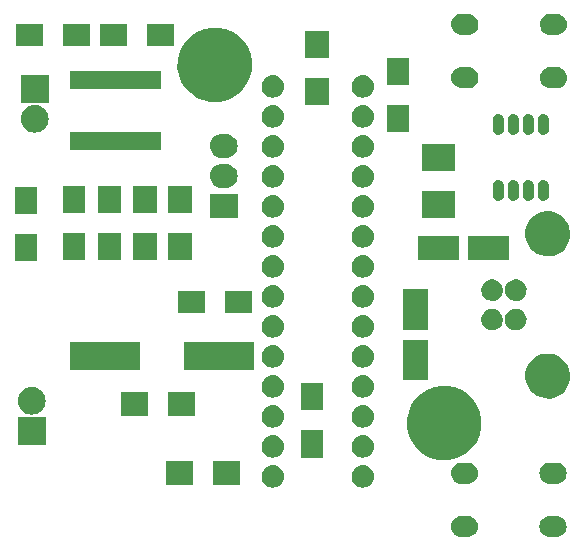
<source format=gbs>
G04 #@! TF.FileFunction,Soldermask,Bot*
%FSLAX45Y45*%
G04 Gerber Fmt 4.5, Leading zero omitted, Abs format (unit mm)*
G04 Created by KiCad (PCBNEW (2015-10-12 BZR 6264)-product) date Wed 14 Oct 2015 19:18:34 CEST*
%MOMM*%
G01*
G04 APERTURE LIST*
%ADD10C,0.100000*%
G04 APERTURE END LIST*
D10*
G36*
X4697387Y-4534607D02*
X4697630Y-4534609D01*
X4715318Y-4536593D01*
X4732284Y-4541975D01*
X4747881Y-4550550D01*
X4761516Y-4561991D01*
X4772669Y-4575862D01*
X4780916Y-4591636D01*
X4785941Y-4608711D01*
X4785941Y-4608715D01*
X4785942Y-4608716D01*
X4787555Y-4626437D01*
X4785695Y-4644132D01*
X4785694Y-4644134D01*
X4785694Y-4644138D01*
X4780430Y-4661141D01*
X4771965Y-4676798D01*
X4760619Y-4690513D01*
X4746826Y-4701762D01*
X4731110Y-4710119D01*
X4714071Y-4715263D01*
X4696356Y-4717000D01*
X4647642Y-4717000D01*
X4646613Y-4716993D01*
X4646370Y-4716991D01*
X4628682Y-4715007D01*
X4611716Y-4709625D01*
X4596119Y-4701050D01*
X4582484Y-4689609D01*
X4571331Y-4675738D01*
X4563084Y-4659964D01*
X4558059Y-4642889D01*
X4558059Y-4642885D01*
X4558058Y-4642884D01*
X4556446Y-4625163D01*
X4558305Y-4607468D01*
X4558306Y-4607466D01*
X4558306Y-4607462D01*
X4563570Y-4590459D01*
X4572035Y-4574802D01*
X4583381Y-4561087D01*
X4597174Y-4549838D01*
X4612890Y-4541481D01*
X4629929Y-4536337D01*
X4647644Y-4534600D01*
X4696358Y-4534600D01*
X4697387Y-4534607D01*
X4697387Y-4534607D01*
G37*
G36*
X3947387Y-4534607D02*
X3947630Y-4534609D01*
X3965318Y-4536593D01*
X3982284Y-4541975D01*
X3997881Y-4550550D01*
X4011516Y-4561991D01*
X4022669Y-4575862D01*
X4030916Y-4591636D01*
X4035941Y-4608711D01*
X4035941Y-4608715D01*
X4035942Y-4608716D01*
X4037554Y-4626437D01*
X4035695Y-4644132D01*
X4035694Y-4644134D01*
X4035694Y-4644138D01*
X4030430Y-4661141D01*
X4021965Y-4676798D01*
X4010619Y-4690513D01*
X3996826Y-4701762D01*
X3981110Y-4710119D01*
X3964071Y-4715263D01*
X3946356Y-4717000D01*
X3897642Y-4717000D01*
X3896613Y-4716993D01*
X3896370Y-4716991D01*
X3878682Y-4715007D01*
X3861716Y-4709625D01*
X3846119Y-4701050D01*
X3832484Y-4689609D01*
X3821331Y-4675738D01*
X3813084Y-4659964D01*
X3808059Y-4642889D01*
X3808059Y-4642885D01*
X3808058Y-4642884D01*
X3806445Y-4625163D01*
X3808305Y-4607468D01*
X3808306Y-4607466D01*
X3808306Y-4607462D01*
X3813570Y-4590459D01*
X3822035Y-4574802D01*
X3833381Y-4561087D01*
X3847174Y-4549838D01*
X3862890Y-4541481D01*
X3879929Y-4536337D01*
X3897644Y-4534600D01*
X3946358Y-4534600D01*
X3947387Y-4534607D01*
X3947387Y-4534607D01*
G37*
G36*
X3063543Y-4107007D02*
X3063544Y-4107008D01*
X3063786Y-4107009D01*
X3082211Y-4109076D01*
X3099884Y-4114682D01*
X3116132Y-4123614D01*
X3130335Y-4135532D01*
X3141952Y-4149981D01*
X3150542Y-4166412D01*
X3155777Y-4184199D01*
X3155777Y-4184203D01*
X3155778Y-4184204D01*
X3157458Y-4202663D01*
X3155520Y-4221096D01*
X3155520Y-4221098D01*
X3155519Y-4221102D01*
X3150037Y-4238814D01*
X3141218Y-4255123D01*
X3129400Y-4269409D01*
X3115032Y-4281128D01*
X3098661Y-4289832D01*
X3080912Y-4295191D01*
X3062460Y-4297000D01*
X3061539Y-4297000D01*
X3060457Y-4296993D01*
X3060456Y-4296992D01*
X3060214Y-4296991D01*
X3041789Y-4294924D01*
X3024116Y-4289318D01*
X3007868Y-4280386D01*
X2993665Y-4268468D01*
X2982048Y-4254019D01*
X2973458Y-4237588D01*
X2968223Y-4219801D01*
X2968223Y-4219797D01*
X2968222Y-4219796D01*
X2966542Y-4201337D01*
X2968480Y-4182904D01*
X2968480Y-4182902D01*
X2968481Y-4182898D01*
X2973963Y-4165186D01*
X2982782Y-4148877D01*
X2994600Y-4134591D01*
X3008968Y-4122872D01*
X3025339Y-4114168D01*
X3043088Y-4108809D01*
X3061540Y-4107000D01*
X3062461Y-4107000D01*
X3063543Y-4107007D01*
X3063543Y-4107007D01*
G37*
G36*
X2301543Y-4107007D02*
X2301544Y-4107008D01*
X2301786Y-4107009D01*
X2320211Y-4109076D01*
X2337884Y-4114682D01*
X2354132Y-4123614D01*
X2368335Y-4135532D01*
X2379952Y-4149981D01*
X2388542Y-4166412D01*
X2393777Y-4184199D01*
X2393777Y-4184203D01*
X2393778Y-4184204D01*
X2395458Y-4202663D01*
X2393520Y-4221096D01*
X2393520Y-4221098D01*
X2393519Y-4221102D01*
X2388037Y-4238814D01*
X2379218Y-4255123D01*
X2367400Y-4269409D01*
X2353032Y-4281128D01*
X2336661Y-4289832D01*
X2318912Y-4295191D01*
X2300460Y-4297000D01*
X2299539Y-4297000D01*
X2298457Y-4296993D01*
X2298456Y-4296992D01*
X2298214Y-4296991D01*
X2279789Y-4294924D01*
X2262116Y-4289318D01*
X2245868Y-4280386D01*
X2231665Y-4268468D01*
X2220048Y-4254019D01*
X2211458Y-4237588D01*
X2206223Y-4219801D01*
X2206223Y-4219797D01*
X2206222Y-4219796D01*
X2204542Y-4201337D01*
X2206480Y-4182904D01*
X2206480Y-4182902D01*
X2206481Y-4182898D01*
X2211963Y-4165186D01*
X2220782Y-4148877D01*
X2232600Y-4134591D01*
X2246968Y-4122872D01*
X2263339Y-4114168D01*
X2281088Y-4108809D01*
X2299540Y-4107000D01*
X2300461Y-4107000D01*
X2301543Y-4107007D01*
X2301543Y-4107007D01*
G37*
G36*
X1621200Y-4272200D02*
X1391200Y-4272200D01*
X1391200Y-4072200D01*
X1621200Y-4072200D01*
X1621200Y-4272200D01*
X1621200Y-4272200D01*
G37*
G36*
X2021200Y-4272200D02*
X1791200Y-4272200D01*
X1791200Y-4072200D01*
X2021200Y-4072200D01*
X2021200Y-4272200D01*
X2021200Y-4272200D01*
G37*
G36*
X4697387Y-4084607D02*
X4697630Y-4084609D01*
X4715318Y-4086593D01*
X4732284Y-4091975D01*
X4747881Y-4100550D01*
X4761516Y-4111991D01*
X4772669Y-4125862D01*
X4780916Y-4141636D01*
X4785941Y-4158711D01*
X4785941Y-4158715D01*
X4785942Y-4158716D01*
X4787555Y-4176437D01*
X4785695Y-4194132D01*
X4785694Y-4194134D01*
X4785694Y-4194138D01*
X4780430Y-4211141D01*
X4771965Y-4226798D01*
X4760619Y-4240513D01*
X4746826Y-4251762D01*
X4731110Y-4260119D01*
X4714071Y-4265263D01*
X4696356Y-4267000D01*
X4647642Y-4267000D01*
X4646613Y-4266993D01*
X4646370Y-4266991D01*
X4628682Y-4265007D01*
X4611716Y-4259625D01*
X4596119Y-4251050D01*
X4582484Y-4239609D01*
X4571331Y-4225738D01*
X4563084Y-4209964D01*
X4558059Y-4192889D01*
X4558059Y-4192885D01*
X4558058Y-4192884D01*
X4556446Y-4175163D01*
X4558305Y-4157468D01*
X4558306Y-4157466D01*
X4558306Y-4157462D01*
X4563570Y-4140459D01*
X4572035Y-4124802D01*
X4583381Y-4111087D01*
X4597174Y-4099838D01*
X4612890Y-4091481D01*
X4629929Y-4086337D01*
X4647644Y-4084600D01*
X4696358Y-4084600D01*
X4697387Y-4084607D01*
X4697387Y-4084607D01*
G37*
G36*
X3947387Y-4084607D02*
X3947630Y-4084609D01*
X3965318Y-4086593D01*
X3982284Y-4091975D01*
X3997881Y-4100550D01*
X4011516Y-4111991D01*
X4022669Y-4125862D01*
X4030916Y-4141636D01*
X4035941Y-4158711D01*
X4035941Y-4158715D01*
X4035942Y-4158716D01*
X4037554Y-4176437D01*
X4035695Y-4194132D01*
X4035694Y-4194134D01*
X4035694Y-4194138D01*
X4030430Y-4211141D01*
X4021965Y-4226798D01*
X4010619Y-4240513D01*
X3996826Y-4251762D01*
X3981110Y-4260119D01*
X3964071Y-4265263D01*
X3946356Y-4267000D01*
X3897642Y-4267000D01*
X3896613Y-4266993D01*
X3896370Y-4266991D01*
X3878682Y-4265007D01*
X3861716Y-4259625D01*
X3846119Y-4251050D01*
X3832484Y-4239609D01*
X3821331Y-4225738D01*
X3813084Y-4209964D01*
X3808059Y-4192889D01*
X3808059Y-4192885D01*
X3808058Y-4192884D01*
X3806445Y-4175163D01*
X3808305Y-4157468D01*
X3808306Y-4157466D01*
X3808306Y-4157462D01*
X3813570Y-4140459D01*
X3822035Y-4124802D01*
X3833381Y-4111087D01*
X3847174Y-4099838D01*
X3862890Y-4091481D01*
X3879929Y-4086337D01*
X3897644Y-4084600D01*
X3946358Y-4084600D01*
X3947387Y-4084607D01*
X3947387Y-4084607D01*
G37*
G36*
X3783083Y-3435235D02*
X3843591Y-3447656D01*
X3900534Y-3471593D01*
X3951744Y-3506134D01*
X3995269Y-3549964D01*
X4029451Y-3601413D01*
X4052990Y-3658522D01*
X4064980Y-3719074D01*
X4064980Y-3719075D01*
X4064987Y-3719115D01*
X4064002Y-3789668D01*
X4063993Y-3789707D01*
X4063993Y-3789709D01*
X4050318Y-3849902D01*
X4025194Y-3906332D01*
X3989587Y-3956807D01*
X3944856Y-3999404D01*
X3892701Y-4032502D01*
X3835113Y-4054839D01*
X3774282Y-4065565D01*
X3712525Y-4064272D01*
X3652197Y-4051008D01*
X3595593Y-4026278D01*
X3544871Y-3991025D01*
X3501962Y-3946592D01*
X3468501Y-3894671D01*
X3445762Y-3837238D01*
X3434612Y-3776484D01*
X3435474Y-3714720D01*
X3448317Y-3654300D01*
X3472650Y-3597526D01*
X3507548Y-3546559D01*
X3551681Y-3503341D01*
X3603368Y-3469518D01*
X3660639Y-3446379D01*
X3721315Y-3434804D01*
X3783083Y-3435235D01*
X3783083Y-3435235D01*
G37*
G36*
X2301543Y-3853007D02*
X2301544Y-3853008D01*
X2301786Y-3853009D01*
X2320211Y-3855076D01*
X2337884Y-3860682D01*
X2354132Y-3869614D01*
X2368335Y-3881532D01*
X2379952Y-3895981D01*
X2388542Y-3912412D01*
X2393777Y-3930199D01*
X2393777Y-3930203D01*
X2393778Y-3930204D01*
X2395458Y-3948663D01*
X2393520Y-3967096D01*
X2393520Y-3967098D01*
X2393519Y-3967102D01*
X2388037Y-3984814D01*
X2379218Y-4001123D01*
X2367400Y-4015409D01*
X2353032Y-4027127D01*
X2336661Y-4035832D01*
X2318912Y-4041191D01*
X2300460Y-4043000D01*
X2299539Y-4043000D01*
X2298457Y-4042992D01*
X2298456Y-4042992D01*
X2298214Y-4042991D01*
X2279789Y-4040924D01*
X2262116Y-4035318D01*
X2245868Y-4026386D01*
X2231665Y-4014468D01*
X2220048Y-4000018D01*
X2211458Y-3983588D01*
X2206223Y-3965801D01*
X2206223Y-3965797D01*
X2206222Y-3965796D01*
X2204542Y-3947337D01*
X2206480Y-3928904D01*
X2206480Y-3928902D01*
X2206481Y-3928898D01*
X2211963Y-3911186D01*
X2220782Y-3894877D01*
X2232600Y-3880591D01*
X2246968Y-3868872D01*
X2263339Y-3860168D01*
X2281088Y-3854809D01*
X2299540Y-3853000D01*
X2300461Y-3853000D01*
X2301543Y-3853007D01*
X2301543Y-3853007D01*
G37*
G36*
X3063543Y-3853007D02*
X3063544Y-3853008D01*
X3063786Y-3853009D01*
X3082211Y-3855076D01*
X3099884Y-3860682D01*
X3116132Y-3869614D01*
X3130335Y-3881532D01*
X3141952Y-3895981D01*
X3150542Y-3912412D01*
X3155777Y-3930199D01*
X3155777Y-3930203D01*
X3155778Y-3930204D01*
X3157458Y-3948663D01*
X3155520Y-3967096D01*
X3155520Y-3967098D01*
X3155519Y-3967102D01*
X3150037Y-3984814D01*
X3141218Y-4001123D01*
X3129400Y-4015409D01*
X3115032Y-4027127D01*
X3098661Y-4035832D01*
X3080912Y-4041191D01*
X3062460Y-4043000D01*
X3061539Y-4043000D01*
X3060457Y-4042992D01*
X3060456Y-4042992D01*
X3060214Y-4042991D01*
X3041789Y-4040924D01*
X3024116Y-4035318D01*
X3007868Y-4026386D01*
X2993665Y-4014468D01*
X2982048Y-4000018D01*
X2973458Y-3983588D01*
X2968223Y-3965801D01*
X2968223Y-3965797D01*
X2968222Y-3965796D01*
X2966542Y-3947337D01*
X2968480Y-3928904D01*
X2968480Y-3928902D01*
X2968481Y-3928898D01*
X2973963Y-3911186D01*
X2982782Y-3894877D01*
X2994600Y-3880591D01*
X3008968Y-3868872D01*
X3025339Y-3860168D01*
X3043088Y-3854809D01*
X3061540Y-3853000D01*
X3062461Y-3853000D01*
X3063543Y-3853007D01*
X3063543Y-3853007D01*
G37*
G36*
X2728300Y-4042700D02*
X2538300Y-4042700D01*
X2538300Y-3812700D01*
X2728300Y-3812700D01*
X2728300Y-4042700D01*
X2728300Y-4042700D01*
G37*
G36*
X375000Y-3933200D02*
X141800Y-3933200D01*
X141800Y-3700000D01*
X375000Y-3700000D01*
X375000Y-3933200D01*
X375000Y-3933200D01*
G37*
G36*
X2301543Y-3599007D02*
X2301544Y-3599008D01*
X2301786Y-3599009D01*
X2320211Y-3601076D01*
X2337884Y-3606682D01*
X2354132Y-3615614D01*
X2368335Y-3627532D01*
X2379952Y-3641981D01*
X2388542Y-3658412D01*
X2393777Y-3676199D01*
X2393777Y-3676203D01*
X2393778Y-3676204D01*
X2395458Y-3694663D01*
X2393520Y-3713096D01*
X2393520Y-3713098D01*
X2393519Y-3713102D01*
X2388037Y-3730814D01*
X2379218Y-3747123D01*
X2367400Y-3761409D01*
X2353032Y-3773127D01*
X2336661Y-3781832D01*
X2318912Y-3787191D01*
X2300460Y-3789000D01*
X2299539Y-3789000D01*
X2298457Y-3788992D01*
X2298456Y-3788992D01*
X2298214Y-3788991D01*
X2279789Y-3786924D01*
X2262116Y-3781318D01*
X2245868Y-3772386D01*
X2231665Y-3760468D01*
X2220048Y-3746018D01*
X2211458Y-3729588D01*
X2206223Y-3711801D01*
X2206223Y-3711797D01*
X2206222Y-3711796D01*
X2204542Y-3693337D01*
X2206480Y-3674904D01*
X2206480Y-3674902D01*
X2206481Y-3674898D01*
X2211963Y-3657186D01*
X2220782Y-3640877D01*
X2232600Y-3626591D01*
X2246968Y-3614872D01*
X2263339Y-3606168D01*
X2281088Y-3600809D01*
X2299540Y-3599000D01*
X2300461Y-3599000D01*
X2301543Y-3599007D01*
X2301543Y-3599007D01*
G37*
G36*
X3063543Y-3599007D02*
X3063544Y-3599008D01*
X3063786Y-3599009D01*
X3082211Y-3601076D01*
X3099884Y-3606682D01*
X3116132Y-3615614D01*
X3130335Y-3627532D01*
X3141952Y-3641981D01*
X3150542Y-3658412D01*
X3155777Y-3676199D01*
X3155777Y-3676203D01*
X3155778Y-3676204D01*
X3157458Y-3694663D01*
X3155520Y-3713096D01*
X3155520Y-3713098D01*
X3155519Y-3713102D01*
X3150037Y-3730814D01*
X3141218Y-3747123D01*
X3129400Y-3761409D01*
X3115032Y-3773127D01*
X3098661Y-3781832D01*
X3080912Y-3787191D01*
X3062460Y-3789000D01*
X3061539Y-3789000D01*
X3060457Y-3788992D01*
X3060456Y-3788992D01*
X3060214Y-3788991D01*
X3041789Y-3786924D01*
X3024116Y-3781318D01*
X3007868Y-3772386D01*
X2993665Y-3760468D01*
X2982048Y-3746018D01*
X2973458Y-3729588D01*
X2968223Y-3711801D01*
X2968223Y-3711797D01*
X2968222Y-3711796D01*
X2966542Y-3693337D01*
X2968480Y-3674904D01*
X2968480Y-3674902D01*
X2968481Y-3674898D01*
X2973963Y-3657186D01*
X2982782Y-3640877D01*
X2994600Y-3626591D01*
X3008968Y-3614872D01*
X3025339Y-3606168D01*
X3043088Y-3600809D01*
X3061540Y-3599000D01*
X3062461Y-3599000D01*
X3063543Y-3599007D01*
X3063543Y-3599007D01*
G37*
G36*
X1640200Y-3688000D02*
X1410200Y-3688000D01*
X1410200Y-3488000D01*
X1640200Y-3488000D01*
X1640200Y-3688000D01*
X1640200Y-3688000D01*
G37*
G36*
X1240200Y-3688000D02*
X1010200Y-3688000D01*
X1010200Y-3488000D01*
X1240200Y-3488000D01*
X1240200Y-3688000D01*
X1240200Y-3688000D01*
G37*
G36*
X260052Y-3446008D02*
X260592Y-3446011D01*
X283207Y-3448548D01*
X304898Y-3455429D01*
X324839Y-3466392D01*
X342272Y-3481019D01*
X356531Y-3498754D01*
X367074Y-3518921D01*
X373499Y-3540751D01*
X373499Y-3540756D01*
X373500Y-3540757D01*
X375562Y-3563414D01*
X373183Y-3586040D01*
X373183Y-3586040D01*
X373183Y-3586046D01*
X366453Y-3607784D01*
X355630Y-3627802D01*
X341125Y-3645336D01*
X323490Y-3659719D01*
X303397Y-3670402D01*
X281612Y-3676979D01*
X258964Y-3679200D01*
X257835Y-3679200D01*
X256748Y-3679192D01*
X256208Y-3679189D01*
X233593Y-3676652D01*
X211902Y-3669771D01*
X191961Y-3658808D01*
X174528Y-3644181D01*
X160269Y-3626446D01*
X149726Y-3606279D01*
X143301Y-3584449D01*
X143301Y-3584444D01*
X143300Y-3584443D01*
X141238Y-3561786D01*
X143617Y-3539160D01*
X143617Y-3539160D01*
X143617Y-3539154D01*
X150347Y-3517416D01*
X161170Y-3497398D01*
X175675Y-3479864D01*
X193310Y-3465481D01*
X213403Y-3454798D01*
X235188Y-3448221D01*
X257836Y-3446000D01*
X258965Y-3446000D01*
X260052Y-3446008D01*
X260052Y-3446008D01*
G37*
G36*
X2728300Y-3642700D02*
X2538300Y-3642700D01*
X2538300Y-3412700D01*
X2728300Y-3412700D01*
X2728300Y-3642700D01*
X2728300Y-3642700D01*
G37*
G36*
X4647157Y-3161926D02*
X4683656Y-3169418D01*
X4718006Y-3183858D01*
X4748897Y-3204694D01*
X4775152Y-3231133D01*
X4795772Y-3262168D01*
X4809971Y-3296618D01*
X4817200Y-3333128D01*
X4817200Y-3333129D01*
X4817208Y-3333169D01*
X4816614Y-3375728D01*
X4816605Y-3375768D01*
X4816605Y-3375770D01*
X4808359Y-3412064D01*
X4793204Y-3446103D01*
X4771725Y-3476551D01*
X4744742Y-3502246D01*
X4713281Y-3522212D01*
X4678542Y-3535687D01*
X4641848Y-3542157D01*
X4604594Y-3541377D01*
X4568203Y-3533375D01*
X4534058Y-3518458D01*
X4503461Y-3497192D01*
X4477578Y-3470389D01*
X4457393Y-3439069D01*
X4443676Y-3404424D01*
X4436950Y-3367776D01*
X4437470Y-3330519D01*
X4445217Y-3294072D01*
X4459896Y-3259824D01*
X4480947Y-3229079D01*
X4507569Y-3203009D01*
X4538748Y-3182606D01*
X4573296Y-3168648D01*
X4609896Y-3161666D01*
X4647157Y-3161926D01*
X4647157Y-3161926D01*
G37*
G36*
X2301543Y-3345007D02*
X2301544Y-3345008D01*
X2301786Y-3345009D01*
X2320211Y-3347076D01*
X2337884Y-3352682D01*
X2354132Y-3361614D01*
X2368335Y-3373532D01*
X2379952Y-3387981D01*
X2388542Y-3404412D01*
X2393777Y-3422199D01*
X2393777Y-3422203D01*
X2393778Y-3422204D01*
X2395458Y-3440663D01*
X2393520Y-3459096D01*
X2393520Y-3459098D01*
X2393519Y-3459102D01*
X2388037Y-3476814D01*
X2379218Y-3493123D01*
X2367400Y-3507409D01*
X2353032Y-3519127D01*
X2336661Y-3527832D01*
X2318912Y-3533191D01*
X2300460Y-3535000D01*
X2299539Y-3535000D01*
X2298457Y-3534992D01*
X2298456Y-3534992D01*
X2298214Y-3534991D01*
X2279789Y-3532924D01*
X2262116Y-3527318D01*
X2245868Y-3518386D01*
X2231665Y-3506468D01*
X2220048Y-3492018D01*
X2211458Y-3475588D01*
X2206223Y-3457801D01*
X2206223Y-3457797D01*
X2206222Y-3457796D01*
X2204542Y-3439337D01*
X2206480Y-3420904D01*
X2206480Y-3420902D01*
X2206481Y-3420898D01*
X2211963Y-3403186D01*
X2220782Y-3386877D01*
X2232600Y-3372591D01*
X2246968Y-3360872D01*
X2263339Y-3352168D01*
X2281088Y-3346809D01*
X2299540Y-3345000D01*
X2300461Y-3345000D01*
X2301543Y-3345007D01*
X2301543Y-3345007D01*
G37*
G36*
X3063543Y-3345007D02*
X3063544Y-3345008D01*
X3063786Y-3345009D01*
X3082211Y-3347076D01*
X3099884Y-3352682D01*
X3116132Y-3361614D01*
X3130335Y-3373532D01*
X3141952Y-3387981D01*
X3150542Y-3404412D01*
X3155777Y-3422199D01*
X3155777Y-3422203D01*
X3155778Y-3422204D01*
X3157458Y-3440663D01*
X3155520Y-3459096D01*
X3155520Y-3459098D01*
X3155519Y-3459102D01*
X3150037Y-3476814D01*
X3141218Y-3493123D01*
X3129400Y-3507409D01*
X3115032Y-3519127D01*
X3098661Y-3527832D01*
X3080912Y-3533191D01*
X3062460Y-3535000D01*
X3061539Y-3535000D01*
X3060457Y-3534992D01*
X3060456Y-3534992D01*
X3060214Y-3534991D01*
X3041789Y-3532924D01*
X3024116Y-3527318D01*
X3007868Y-3518386D01*
X2993665Y-3506468D01*
X2982048Y-3492018D01*
X2973458Y-3475588D01*
X2968223Y-3457801D01*
X2968223Y-3457797D01*
X2968222Y-3457796D01*
X2966542Y-3439337D01*
X2968480Y-3420904D01*
X2968480Y-3420902D01*
X2968481Y-3420898D01*
X2973963Y-3403186D01*
X2982782Y-3386877D01*
X2994600Y-3372591D01*
X3008968Y-3360872D01*
X3025339Y-3352168D01*
X3043088Y-3346809D01*
X3061540Y-3345000D01*
X3062461Y-3345000D01*
X3063543Y-3345007D01*
X3063543Y-3345007D01*
G37*
G36*
X3614643Y-3388878D02*
X3404557Y-3388878D01*
X3404557Y-3043918D01*
X3614643Y-3043918D01*
X3614643Y-3388878D01*
X3614643Y-3388878D01*
G37*
G36*
X1170909Y-3301629D02*
X580839Y-3301629D01*
X580839Y-3061571D01*
X1170909Y-3061571D01*
X1170909Y-3301629D01*
X1170909Y-3301629D01*
G37*
G36*
X2140681Y-3301629D02*
X1550611Y-3301629D01*
X1550611Y-3061571D01*
X2140681Y-3061571D01*
X2140681Y-3301629D01*
X2140681Y-3301629D01*
G37*
G36*
X3063543Y-3091007D02*
X3063544Y-3091008D01*
X3063786Y-3091009D01*
X3082211Y-3093076D01*
X3099884Y-3098682D01*
X3116132Y-3107614D01*
X3130335Y-3119532D01*
X3141952Y-3133981D01*
X3150542Y-3150412D01*
X3155777Y-3168199D01*
X3155777Y-3168203D01*
X3155778Y-3168204D01*
X3157458Y-3186663D01*
X3155520Y-3205096D01*
X3155520Y-3205098D01*
X3155519Y-3205102D01*
X3150037Y-3222814D01*
X3141218Y-3239123D01*
X3129400Y-3253409D01*
X3115032Y-3265127D01*
X3098661Y-3273832D01*
X3080912Y-3279191D01*
X3062460Y-3281000D01*
X3061539Y-3281000D01*
X3060457Y-3280992D01*
X3060456Y-3280992D01*
X3060214Y-3280991D01*
X3041789Y-3278924D01*
X3024116Y-3273318D01*
X3007868Y-3264386D01*
X2993665Y-3252468D01*
X2982048Y-3238018D01*
X2973458Y-3221588D01*
X2968223Y-3203801D01*
X2968223Y-3203797D01*
X2968222Y-3203796D01*
X2966542Y-3185337D01*
X2968480Y-3166904D01*
X2968480Y-3166902D01*
X2968481Y-3166898D01*
X2973963Y-3149186D01*
X2982782Y-3132877D01*
X2994600Y-3118591D01*
X3008968Y-3106872D01*
X3025339Y-3098168D01*
X3043088Y-3092809D01*
X3061540Y-3091000D01*
X3062461Y-3091000D01*
X3063543Y-3091007D01*
X3063543Y-3091007D01*
G37*
G36*
X2301543Y-3091007D02*
X2301544Y-3091008D01*
X2301786Y-3091009D01*
X2320211Y-3093076D01*
X2337884Y-3098682D01*
X2354132Y-3107614D01*
X2368335Y-3119532D01*
X2379952Y-3133981D01*
X2388542Y-3150412D01*
X2393777Y-3168199D01*
X2393777Y-3168203D01*
X2393778Y-3168204D01*
X2395458Y-3186663D01*
X2393520Y-3205096D01*
X2393520Y-3205098D01*
X2393519Y-3205102D01*
X2388037Y-3222814D01*
X2379218Y-3239123D01*
X2367400Y-3253409D01*
X2353032Y-3265127D01*
X2336661Y-3273832D01*
X2318912Y-3279191D01*
X2300460Y-3281000D01*
X2299539Y-3281000D01*
X2298457Y-3280992D01*
X2298456Y-3280992D01*
X2298214Y-3280991D01*
X2279789Y-3278924D01*
X2262116Y-3273318D01*
X2245868Y-3264386D01*
X2231665Y-3252468D01*
X2220048Y-3238018D01*
X2211458Y-3221588D01*
X2206223Y-3203801D01*
X2206223Y-3203797D01*
X2206222Y-3203796D01*
X2204542Y-3185337D01*
X2206480Y-3166904D01*
X2206480Y-3166902D01*
X2206481Y-3166898D01*
X2211963Y-3149186D01*
X2220782Y-3132877D01*
X2232600Y-3118591D01*
X2246968Y-3106872D01*
X2263339Y-3098168D01*
X2281088Y-3092809D01*
X2299540Y-3091000D01*
X2300461Y-3091000D01*
X2301543Y-3091007D01*
X2301543Y-3091007D01*
G37*
G36*
X2301543Y-2837007D02*
X2301544Y-2837008D01*
X2301786Y-2837009D01*
X2320211Y-2839076D01*
X2337884Y-2844682D01*
X2354132Y-2853614D01*
X2368335Y-2865532D01*
X2379952Y-2879981D01*
X2388542Y-2896412D01*
X2393777Y-2914199D01*
X2393777Y-2914203D01*
X2393778Y-2914204D01*
X2395458Y-2932663D01*
X2393520Y-2951096D01*
X2393520Y-2951098D01*
X2393519Y-2951102D01*
X2388037Y-2968814D01*
X2379218Y-2985123D01*
X2367400Y-2999409D01*
X2353032Y-3011127D01*
X2336661Y-3019832D01*
X2318912Y-3025191D01*
X2300460Y-3027000D01*
X2299539Y-3027000D01*
X2298457Y-3026992D01*
X2298456Y-3026992D01*
X2298214Y-3026991D01*
X2279789Y-3024924D01*
X2262116Y-3019318D01*
X2245868Y-3010386D01*
X2231665Y-2998468D01*
X2220048Y-2984018D01*
X2211458Y-2967588D01*
X2206223Y-2949801D01*
X2206223Y-2949797D01*
X2206222Y-2949796D01*
X2204542Y-2931337D01*
X2206480Y-2912904D01*
X2206480Y-2912902D01*
X2206481Y-2912898D01*
X2211963Y-2895186D01*
X2220782Y-2878877D01*
X2232600Y-2864591D01*
X2246968Y-2852872D01*
X2263339Y-2844168D01*
X2281088Y-2838809D01*
X2299540Y-2837000D01*
X2300461Y-2837000D01*
X2301543Y-2837007D01*
X2301543Y-2837007D01*
G37*
G36*
X3063543Y-2837007D02*
X3063544Y-2837008D01*
X3063786Y-2837009D01*
X3082211Y-2839076D01*
X3099884Y-2844682D01*
X3116132Y-2853614D01*
X3130335Y-2865532D01*
X3141952Y-2879981D01*
X3150542Y-2896412D01*
X3155777Y-2914199D01*
X3155777Y-2914203D01*
X3155778Y-2914204D01*
X3157458Y-2932663D01*
X3155520Y-2951096D01*
X3155520Y-2951098D01*
X3155519Y-2951102D01*
X3150037Y-2968814D01*
X3141218Y-2985123D01*
X3129400Y-2999409D01*
X3115032Y-3011127D01*
X3098661Y-3019832D01*
X3080912Y-3025191D01*
X3062460Y-3027000D01*
X3061539Y-3027000D01*
X3060457Y-3026992D01*
X3060456Y-3026992D01*
X3060214Y-3026991D01*
X3041789Y-3024924D01*
X3024116Y-3019318D01*
X3007868Y-3010386D01*
X2993665Y-2998468D01*
X2982048Y-2984018D01*
X2973458Y-2967588D01*
X2968223Y-2949801D01*
X2968223Y-2949797D01*
X2968222Y-2949796D01*
X2966542Y-2931337D01*
X2968480Y-2912904D01*
X2968480Y-2912902D01*
X2968481Y-2912898D01*
X2973963Y-2895186D01*
X2982782Y-2878877D01*
X2994600Y-2864591D01*
X3008968Y-2852872D01*
X3025339Y-2844168D01*
X3043088Y-2838809D01*
X3061540Y-2837000D01*
X3062461Y-2837000D01*
X3063543Y-2837007D01*
X3063543Y-2837007D01*
G37*
G36*
X4165780Y-2783661D02*
X4183299Y-2787257D01*
X4199787Y-2794188D01*
X4214614Y-2804189D01*
X4227217Y-2816880D01*
X4237115Y-2831777D01*
X4243930Y-2848313D01*
X4247396Y-2865816D01*
X4247396Y-2865817D01*
X4247404Y-2865857D01*
X4247119Y-2886286D01*
X4247110Y-2886326D01*
X4247110Y-2886327D01*
X4243156Y-2903726D01*
X4235882Y-2920066D01*
X4225572Y-2934681D01*
X4212621Y-2947014D01*
X4197519Y-2956598D01*
X4180844Y-2963066D01*
X4163231Y-2966171D01*
X4145349Y-2965797D01*
X4127881Y-2961956D01*
X4111492Y-2954796D01*
X4096805Y-2944588D01*
X4084381Y-2931723D01*
X4074692Y-2916689D01*
X4068108Y-2900060D01*
X4064880Y-2882468D01*
X4065130Y-2864585D01*
X4068848Y-2847090D01*
X4075894Y-2830651D01*
X4085999Y-2815894D01*
X4098777Y-2803380D01*
X4113743Y-2793587D01*
X4130326Y-2786887D01*
X4147894Y-2783536D01*
X4165780Y-2783661D01*
X4165780Y-2783661D01*
G37*
G36*
X4365780Y-2783661D02*
X4383299Y-2787257D01*
X4399787Y-2794188D01*
X4414614Y-2804189D01*
X4427217Y-2816880D01*
X4437115Y-2831777D01*
X4443930Y-2848313D01*
X4447396Y-2865816D01*
X4447396Y-2865817D01*
X4447404Y-2865857D01*
X4447119Y-2886286D01*
X4447110Y-2886326D01*
X4447110Y-2886327D01*
X4443156Y-2903726D01*
X4435882Y-2920066D01*
X4425572Y-2934681D01*
X4412621Y-2947014D01*
X4397519Y-2956598D01*
X4380844Y-2963066D01*
X4363231Y-2966171D01*
X4345349Y-2965797D01*
X4327882Y-2961956D01*
X4311492Y-2954796D01*
X4296805Y-2944588D01*
X4284381Y-2931723D01*
X4274693Y-2916689D01*
X4268108Y-2900060D01*
X4264880Y-2882468D01*
X4265130Y-2864585D01*
X4268848Y-2847090D01*
X4275894Y-2830651D01*
X4285999Y-2815894D01*
X4298777Y-2803380D01*
X4313743Y-2793587D01*
X4330326Y-2786887D01*
X4347894Y-2783536D01*
X4365780Y-2783661D01*
X4365780Y-2783661D01*
G37*
G36*
X3614643Y-2963682D02*
X3404557Y-2963682D01*
X3404557Y-2618722D01*
X3614643Y-2618722D01*
X3614643Y-2963682D01*
X3614643Y-2963682D01*
G37*
G36*
X2122800Y-2819400D02*
X1892800Y-2819400D01*
X1892800Y-2629400D01*
X2122800Y-2629400D01*
X2122800Y-2819400D01*
X2122800Y-2819400D01*
G37*
G36*
X1722800Y-2819400D02*
X1492800Y-2819400D01*
X1492800Y-2629400D01*
X1722800Y-2629400D01*
X1722800Y-2819400D01*
X1722800Y-2819400D01*
G37*
G36*
X2301543Y-2583008D02*
X2301544Y-2583008D01*
X2301786Y-2583009D01*
X2320211Y-2585076D01*
X2337884Y-2590682D01*
X2354132Y-2599614D01*
X2368335Y-2611532D01*
X2379952Y-2625982D01*
X2388542Y-2642412D01*
X2393777Y-2660199D01*
X2393777Y-2660203D01*
X2393778Y-2660204D01*
X2395458Y-2678663D01*
X2393520Y-2697096D01*
X2393520Y-2697098D01*
X2393519Y-2697102D01*
X2388037Y-2714814D01*
X2379218Y-2731123D01*
X2367400Y-2745409D01*
X2353032Y-2757128D01*
X2336661Y-2765832D01*
X2318912Y-2771191D01*
X2300460Y-2773000D01*
X2299539Y-2773000D01*
X2298457Y-2772993D01*
X2298456Y-2772992D01*
X2298214Y-2772991D01*
X2279789Y-2770924D01*
X2262116Y-2765318D01*
X2245868Y-2756386D01*
X2231665Y-2744468D01*
X2220048Y-2730019D01*
X2211458Y-2713588D01*
X2206223Y-2695801D01*
X2206223Y-2695797D01*
X2206222Y-2695796D01*
X2204542Y-2677337D01*
X2206480Y-2658904D01*
X2206480Y-2658902D01*
X2206481Y-2658898D01*
X2211963Y-2641186D01*
X2220782Y-2624877D01*
X2232600Y-2610591D01*
X2246968Y-2598873D01*
X2263339Y-2590168D01*
X2281088Y-2584809D01*
X2299540Y-2583000D01*
X2300461Y-2583000D01*
X2301543Y-2583008D01*
X2301543Y-2583008D01*
G37*
G36*
X3063543Y-2583008D02*
X3063544Y-2583008D01*
X3063786Y-2583009D01*
X3082211Y-2585076D01*
X3099884Y-2590682D01*
X3116132Y-2599614D01*
X3130335Y-2611532D01*
X3141952Y-2625982D01*
X3150542Y-2642412D01*
X3155777Y-2660199D01*
X3155777Y-2660203D01*
X3155778Y-2660204D01*
X3157458Y-2678663D01*
X3155520Y-2697096D01*
X3155520Y-2697098D01*
X3155519Y-2697102D01*
X3150037Y-2714814D01*
X3141218Y-2731123D01*
X3129400Y-2745409D01*
X3115032Y-2757128D01*
X3098661Y-2765832D01*
X3080912Y-2771191D01*
X3062460Y-2773000D01*
X3061539Y-2773000D01*
X3060457Y-2772993D01*
X3060456Y-2772992D01*
X3060214Y-2772991D01*
X3041789Y-2770924D01*
X3024116Y-2765318D01*
X3007868Y-2756386D01*
X2993665Y-2744468D01*
X2982048Y-2730019D01*
X2973458Y-2713588D01*
X2968223Y-2695801D01*
X2968223Y-2695797D01*
X2968222Y-2695796D01*
X2966542Y-2677337D01*
X2968480Y-2658904D01*
X2968480Y-2658902D01*
X2968481Y-2658898D01*
X2973963Y-2641186D01*
X2982782Y-2624877D01*
X2994600Y-2610591D01*
X3008968Y-2598873D01*
X3025339Y-2590168D01*
X3043088Y-2584809D01*
X3061540Y-2583000D01*
X3062461Y-2583000D01*
X3063543Y-2583008D01*
X3063543Y-2583008D01*
G37*
G36*
X4365780Y-2533661D02*
X4383299Y-2537257D01*
X4399787Y-2544188D01*
X4414614Y-2554189D01*
X4427217Y-2566880D01*
X4437115Y-2581777D01*
X4443930Y-2598313D01*
X4447396Y-2615816D01*
X4447396Y-2615817D01*
X4447404Y-2615857D01*
X4447119Y-2636286D01*
X4447110Y-2636326D01*
X4447110Y-2636327D01*
X4443156Y-2653727D01*
X4435882Y-2670066D01*
X4425572Y-2684681D01*
X4412621Y-2697014D01*
X4397519Y-2706598D01*
X4380844Y-2713066D01*
X4363231Y-2716171D01*
X4345349Y-2715797D01*
X4327882Y-2711956D01*
X4311492Y-2704796D01*
X4296805Y-2694588D01*
X4284381Y-2681723D01*
X4274693Y-2666689D01*
X4268108Y-2650060D01*
X4264880Y-2632468D01*
X4265130Y-2614585D01*
X4268848Y-2597090D01*
X4275894Y-2580651D01*
X4285999Y-2565894D01*
X4298777Y-2553380D01*
X4313743Y-2543587D01*
X4330326Y-2536887D01*
X4347894Y-2533536D01*
X4365780Y-2533661D01*
X4365780Y-2533661D01*
G37*
G36*
X4165780Y-2533661D02*
X4183299Y-2537257D01*
X4199787Y-2544188D01*
X4214614Y-2554189D01*
X4227217Y-2566880D01*
X4237115Y-2581777D01*
X4243930Y-2598313D01*
X4247396Y-2615816D01*
X4247396Y-2615817D01*
X4247404Y-2615857D01*
X4247119Y-2636286D01*
X4247110Y-2636326D01*
X4247110Y-2636327D01*
X4243156Y-2653727D01*
X4235882Y-2670066D01*
X4225572Y-2684681D01*
X4212621Y-2697014D01*
X4197519Y-2706598D01*
X4180844Y-2713066D01*
X4163231Y-2716171D01*
X4145349Y-2715797D01*
X4127881Y-2711956D01*
X4111492Y-2704796D01*
X4096805Y-2694588D01*
X4084381Y-2681723D01*
X4074692Y-2666689D01*
X4068108Y-2650060D01*
X4064880Y-2632468D01*
X4065130Y-2614585D01*
X4068848Y-2597090D01*
X4075894Y-2580651D01*
X4085999Y-2565894D01*
X4098777Y-2553380D01*
X4113743Y-2543587D01*
X4130326Y-2536887D01*
X4147894Y-2533536D01*
X4165780Y-2533661D01*
X4165780Y-2533661D01*
G37*
G36*
X2301543Y-2329008D02*
X2301544Y-2329008D01*
X2301786Y-2329009D01*
X2320211Y-2331076D01*
X2337884Y-2336682D01*
X2354132Y-2345614D01*
X2368335Y-2357532D01*
X2379952Y-2371982D01*
X2388542Y-2388412D01*
X2393777Y-2406199D01*
X2393777Y-2406203D01*
X2393778Y-2406204D01*
X2395458Y-2424663D01*
X2393520Y-2443096D01*
X2393520Y-2443098D01*
X2393519Y-2443102D01*
X2388037Y-2460814D01*
X2379218Y-2477123D01*
X2367400Y-2491409D01*
X2353032Y-2503128D01*
X2336661Y-2511832D01*
X2318912Y-2517191D01*
X2300460Y-2519000D01*
X2299539Y-2519000D01*
X2298457Y-2518993D01*
X2298456Y-2518992D01*
X2298214Y-2518991D01*
X2279789Y-2516924D01*
X2262116Y-2511318D01*
X2245868Y-2502386D01*
X2231665Y-2490468D01*
X2220048Y-2476019D01*
X2211458Y-2459588D01*
X2206223Y-2441801D01*
X2206223Y-2441797D01*
X2206222Y-2441796D01*
X2204542Y-2423337D01*
X2206480Y-2404904D01*
X2206480Y-2404902D01*
X2206481Y-2404898D01*
X2211963Y-2387186D01*
X2220782Y-2370877D01*
X2232600Y-2356591D01*
X2246968Y-2344873D01*
X2263339Y-2336168D01*
X2281088Y-2330809D01*
X2299540Y-2329000D01*
X2300461Y-2329000D01*
X2301543Y-2329008D01*
X2301543Y-2329008D01*
G37*
G36*
X3063543Y-2329008D02*
X3063544Y-2329008D01*
X3063786Y-2329009D01*
X3082211Y-2331076D01*
X3099884Y-2336682D01*
X3116132Y-2345614D01*
X3130335Y-2357532D01*
X3141952Y-2371982D01*
X3150542Y-2388412D01*
X3155777Y-2406199D01*
X3155777Y-2406203D01*
X3155778Y-2406204D01*
X3157458Y-2424663D01*
X3155520Y-2443096D01*
X3155520Y-2443098D01*
X3155519Y-2443102D01*
X3150037Y-2460814D01*
X3141218Y-2477123D01*
X3129400Y-2491409D01*
X3115032Y-2503128D01*
X3098661Y-2511832D01*
X3080912Y-2517191D01*
X3062460Y-2519000D01*
X3061539Y-2519000D01*
X3060457Y-2518993D01*
X3060456Y-2518992D01*
X3060214Y-2518991D01*
X3041789Y-2516924D01*
X3024116Y-2511318D01*
X3007868Y-2502386D01*
X2993665Y-2490468D01*
X2982048Y-2476019D01*
X2973458Y-2459588D01*
X2968223Y-2441801D01*
X2968223Y-2441797D01*
X2968222Y-2441796D01*
X2966542Y-2423337D01*
X2968480Y-2404904D01*
X2968480Y-2404902D01*
X2968481Y-2404898D01*
X2973963Y-2387186D01*
X2982782Y-2370877D01*
X2994600Y-2356591D01*
X3008968Y-2344873D01*
X3025339Y-2336168D01*
X3043088Y-2330809D01*
X3061540Y-2329000D01*
X3062461Y-2329000D01*
X3063543Y-2329008D01*
X3063543Y-2329008D01*
G37*
G36*
X302600Y-2379000D02*
X112600Y-2379000D01*
X112600Y-2149000D01*
X302600Y-2149000D01*
X302600Y-2379000D01*
X302600Y-2379000D01*
G37*
G36*
X4301078Y-2372243D02*
X3956118Y-2372243D01*
X3956118Y-2162157D01*
X4301078Y-2162157D01*
X4301078Y-2372243D01*
X4301078Y-2372243D01*
G37*
G36*
X3875882Y-2372243D02*
X3530922Y-2372243D01*
X3530922Y-2162157D01*
X3875882Y-2162157D01*
X3875882Y-2372243D01*
X3875882Y-2372243D01*
G37*
G36*
X1615240Y-2369800D02*
X1415240Y-2369800D01*
X1415240Y-2139800D01*
X1615240Y-2139800D01*
X1615240Y-2369800D01*
X1615240Y-2369800D01*
G37*
G36*
X1315240Y-2369800D02*
X1115240Y-2369800D01*
X1115240Y-2139800D01*
X1315240Y-2139800D01*
X1315240Y-2369800D01*
X1315240Y-2369800D01*
G37*
G36*
X1015240Y-2369800D02*
X815240Y-2369800D01*
X815240Y-2139800D01*
X1015240Y-2139800D01*
X1015240Y-2369800D01*
X1015240Y-2369800D01*
G37*
G36*
X710240Y-2369800D02*
X520240Y-2369800D01*
X520240Y-2139800D01*
X710240Y-2139800D01*
X710240Y-2369800D01*
X710240Y-2369800D01*
G37*
G36*
X4647157Y-1957926D02*
X4683656Y-1965418D01*
X4718006Y-1979858D01*
X4748897Y-2000694D01*
X4775152Y-2027133D01*
X4795772Y-2058168D01*
X4809971Y-2092618D01*
X4817200Y-2129128D01*
X4817200Y-2129130D01*
X4817208Y-2129170D01*
X4816614Y-2171729D01*
X4816605Y-2171768D01*
X4816605Y-2171770D01*
X4808359Y-2208064D01*
X4793204Y-2242103D01*
X4771725Y-2272551D01*
X4744742Y-2298247D01*
X4713281Y-2318212D01*
X4678542Y-2331687D01*
X4641848Y-2338157D01*
X4604594Y-2337377D01*
X4568203Y-2329376D01*
X4534058Y-2314458D01*
X4503461Y-2293192D01*
X4477578Y-2266390D01*
X4457393Y-2235069D01*
X4443676Y-2200424D01*
X4436950Y-2163776D01*
X4437470Y-2126519D01*
X4445217Y-2090072D01*
X4459896Y-2055824D01*
X4480947Y-2025079D01*
X4507569Y-1999009D01*
X4538748Y-1978606D01*
X4573296Y-1964648D01*
X4609896Y-1957666D01*
X4647157Y-1957926D01*
X4647157Y-1957926D01*
G37*
G36*
X3063543Y-2075007D02*
X3063544Y-2075008D01*
X3063786Y-2075009D01*
X3082211Y-2077076D01*
X3099884Y-2082682D01*
X3116132Y-2091614D01*
X3130335Y-2103532D01*
X3141952Y-2117982D01*
X3150542Y-2134412D01*
X3155777Y-2152199D01*
X3155777Y-2152203D01*
X3155778Y-2152204D01*
X3157458Y-2170663D01*
X3155520Y-2189096D01*
X3155520Y-2189098D01*
X3155519Y-2189102D01*
X3150037Y-2206814D01*
X3141218Y-2223123D01*
X3129400Y-2237409D01*
X3115032Y-2249128D01*
X3098661Y-2257832D01*
X3080912Y-2263191D01*
X3062460Y-2265000D01*
X3061539Y-2265000D01*
X3060457Y-2264993D01*
X3060456Y-2264992D01*
X3060214Y-2264991D01*
X3041789Y-2262924D01*
X3024116Y-2257318D01*
X3007868Y-2248386D01*
X2993665Y-2236468D01*
X2982048Y-2222019D01*
X2973458Y-2205588D01*
X2968223Y-2187801D01*
X2968223Y-2187797D01*
X2968222Y-2187796D01*
X2966542Y-2169337D01*
X2968480Y-2150904D01*
X2968480Y-2150902D01*
X2968481Y-2150898D01*
X2973963Y-2133186D01*
X2982782Y-2116877D01*
X2994600Y-2102591D01*
X3008968Y-2090872D01*
X3025339Y-2082168D01*
X3043088Y-2076809D01*
X3061540Y-2075000D01*
X3062461Y-2075000D01*
X3063543Y-2075007D01*
X3063543Y-2075007D01*
G37*
G36*
X2301543Y-2075007D02*
X2301544Y-2075008D01*
X2301786Y-2075009D01*
X2320211Y-2077076D01*
X2337884Y-2082682D01*
X2354132Y-2091614D01*
X2368335Y-2103532D01*
X2379952Y-2117982D01*
X2388542Y-2134412D01*
X2393777Y-2152199D01*
X2393777Y-2152203D01*
X2393778Y-2152204D01*
X2395458Y-2170663D01*
X2393520Y-2189096D01*
X2393520Y-2189098D01*
X2393519Y-2189102D01*
X2388037Y-2206814D01*
X2379218Y-2223123D01*
X2367400Y-2237409D01*
X2353032Y-2249128D01*
X2336661Y-2257832D01*
X2318912Y-2263191D01*
X2300460Y-2265000D01*
X2299539Y-2265000D01*
X2298457Y-2264993D01*
X2298456Y-2264992D01*
X2298214Y-2264991D01*
X2279789Y-2262924D01*
X2262116Y-2257318D01*
X2245868Y-2248386D01*
X2231665Y-2236468D01*
X2220048Y-2222019D01*
X2211458Y-2205588D01*
X2206223Y-2187801D01*
X2206223Y-2187797D01*
X2206222Y-2187796D01*
X2204542Y-2169337D01*
X2206480Y-2150904D01*
X2206480Y-2150902D01*
X2206481Y-2150898D01*
X2211963Y-2133186D01*
X2220782Y-2116877D01*
X2232600Y-2102591D01*
X2246968Y-2090872D01*
X2263339Y-2082168D01*
X2281088Y-2076809D01*
X2299540Y-2075000D01*
X2300461Y-2075000D01*
X2301543Y-2075007D01*
X2301543Y-2075007D01*
G37*
G36*
X3840000Y-2015000D02*
X3560000Y-2015000D01*
X3560000Y-1785000D01*
X3840000Y-1785000D01*
X3840000Y-2015000D01*
X3840000Y-2015000D01*
G37*
G36*
X2000600Y-2012960D02*
X1767400Y-2012960D01*
X1767400Y-1810240D01*
X2000600Y-1810240D01*
X2000600Y-2012960D01*
X2000600Y-2012960D01*
G37*
G36*
X2301543Y-1821007D02*
X2301544Y-1821008D01*
X2301786Y-1821009D01*
X2320211Y-1823076D01*
X2337884Y-1828682D01*
X2354132Y-1837614D01*
X2368335Y-1849532D01*
X2379952Y-1863981D01*
X2388542Y-1880412D01*
X2393777Y-1898199D01*
X2393777Y-1898203D01*
X2393778Y-1898204D01*
X2395458Y-1916663D01*
X2393520Y-1935096D01*
X2393520Y-1935098D01*
X2393519Y-1935102D01*
X2388037Y-1952814D01*
X2379218Y-1969123D01*
X2367400Y-1983409D01*
X2353032Y-1995127D01*
X2336661Y-2003832D01*
X2318912Y-2009191D01*
X2300460Y-2011000D01*
X2299539Y-2011000D01*
X2298457Y-2010992D01*
X2298456Y-2010992D01*
X2298214Y-2010991D01*
X2279789Y-2008924D01*
X2262116Y-2003318D01*
X2245868Y-1994386D01*
X2231665Y-1982468D01*
X2220048Y-1968018D01*
X2211458Y-1951588D01*
X2206223Y-1933801D01*
X2206223Y-1933797D01*
X2206222Y-1933796D01*
X2204542Y-1915337D01*
X2206480Y-1896904D01*
X2206480Y-1896902D01*
X2206481Y-1896898D01*
X2211963Y-1879186D01*
X2220782Y-1862877D01*
X2232600Y-1848591D01*
X2246968Y-1836872D01*
X2263339Y-1828168D01*
X2281088Y-1822809D01*
X2299540Y-1821000D01*
X2300461Y-1821000D01*
X2301543Y-1821007D01*
X2301543Y-1821007D01*
G37*
G36*
X3063543Y-1821007D02*
X3063544Y-1821008D01*
X3063786Y-1821009D01*
X3082211Y-1823076D01*
X3099884Y-1828682D01*
X3116132Y-1837614D01*
X3130335Y-1849532D01*
X3141952Y-1863981D01*
X3150542Y-1880412D01*
X3155777Y-1898199D01*
X3155777Y-1898203D01*
X3155778Y-1898204D01*
X3157458Y-1916663D01*
X3155520Y-1935096D01*
X3155520Y-1935098D01*
X3155519Y-1935102D01*
X3150037Y-1952814D01*
X3141218Y-1969123D01*
X3129400Y-1983409D01*
X3115032Y-1995127D01*
X3098661Y-2003832D01*
X3080912Y-2009191D01*
X3062460Y-2011000D01*
X3061539Y-2011000D01*
X3060457Y-2010992D01*
X3060456Y-2010992D01*
X3060214Y-2010991D01*
X3041789Y-2008924D01*
X3024116Y-2003318D01*
X3007868Y-1994386D01*
X2993665Y-1982468D01*
X2982048Y-1968018D01*
X2973458Y-1951588D01*
X2968223Y-1933801D01*
X2968223Y-1933797D01*
X2968222Y-1933796D01*
X2966542Y-1915337D01*
X2968480Y-1896904D01*
X2968480Y-1896902D01*
X2968481Y-1896898D01*
X2973963Y-1879186D01*
X2982782Y-1862877D01*
X2994600Y-1848591D01*
X3008968Y-1836872D01*
X3025339Y-1828168D01*
X3043088Y-1822809D01*
X3061540Y-1821000D01*
X3062461Y-1821000D01*
X3063543Y-1821007D01*
X3063543Y-1821007D01*
G37*
G36*
X302600Y-1979000D02*
X112600Y-1979000D01*
X112600Y-1749000D01*
X302600Y-1749000D01*
X302600Y-1979000D01*
X302600Y-1979000D01*
G37*
G36*
X1015240Y-1969800D02*
X815240Y-1969800D01*
X815240Y-1739800D01*
X1015240Y-1739800D01*
X1015240Y-1969800D01*
X1015240Y-1969800D01*
G37*
G36*
X710240Y-1969800D02*
X520240Y-1969800D01*
X520240Y-1739800D01*
X710240Y-1739800D01*
X710240Y-1969800D01*
X710240Y-1969800D01*
G37*
G36*
X1315240Y-1969800D02*
X1115240Y-1969800D01*
X1115240Y-1739800D01*
X1315240Y-1739800D01*
X1315240Y-1969800D01*
X1315240Y-1969800D01*
G37*
G36*
X1615240Y-1969800D02*
X1415240Y-1969800D01*
X1415240Y-1739800D01*
X1615240Y-1739800D01*
X1615240Y-1969800D01*
X1615240Y-1969800D01*
G37*
G36*
X4599639Y-1691239D02*
X4599640Y-1691239D01*
X4599645Y-1691240D01*
X4608124Y-1693865D01*
X4615932Y-1698086D01*
X4622771Y-1703744D01*
X4628381Y-1710623D01*
X4632548Y-1718460D01*
X4635114Y-1726957D01*
X4635980Y-1735791D01*
X4635980Y-1823011D01*
X4635976Y-1823644D01*
X4634986Y-1832465D01*
X4632302Y-1840925D01*
X4628026Y-1848704D01*
X4622321Y-1855503D01*
X4615403Y-1861065D01*
X4607537Y-1865177D01*
X4599022Y-1867683D01*
X4599018Y-1867684D01*
X4599017Y-1867684D01*
X4590183Y-1868488D01*
X4581361Y-1867561D01*
X4581360Y-1867561D01*
X4581355Y-1867560D01*
X4572876Y-1864935D01*
X4565068Y-1860714D01*
X4558229Y-1855056D01*
X4552619Y-1848177D01*
X4548452Y-1840340D01*
X4545886Y-1831843D01*
X4545020Y-1823009D01*
X4545020Y-1735791D01*
X4545024Y-1735156D01*
X4546014Y-1726335D01*
X4548698Y-1717874D01*
X4552974Y-1710096D01*
X4558679Y-1703297D01*
X4565597Y-1697735D01*
X4573463Y-1693623D01*
X4581978Y-1691117D01*
X4581982Y-1691116D01*
X4581983Y-1691116D01*
X4590817Y-1690312D01*
X4599639Y-1691239D01*
X4599639Y-1691239D01*
G37*
G36*
X4345639Y-1691239D02*
X4345640Y-1691239D01*
X4345645Y-1691240D01*
X4354124Y-1693865D01*
X4361932Y-1698086D01*
X4368771Y-1703744D01*
X4374381Y-1710623D01*
X4378548Y-1718460D01*
X4381114Y-1726957D01*
X4381980Y-1735791D01*
X4381980Y-1823011D01*
X4381976Y-1823644D01*
X4380986Y-1832465D01*
X4378302Y-1840925D01*
X4374026Y-1848704D01*
X4368321Y-1855503D01*
X4361403Y-1861065D01*
X4353537Y-1865177D01*
X4345022Y-1867683D01*
X4345018Y-1867684D01*
X4345017Y-1867684D01*
X4336183Y-1868488D01*
X4327361Y-1867561D01*
X4327360Y-1867561D01*
X4327355Y-1867560D01*
X4318876Y-1864935D01*
X4311068Y-1860714D01*
X4304229Y-1855056D01*
X4298619Y-1848177D01*
X4294452Y-1840340D01*
X4291886Y-1831843D01*
X4291020Y-1823009D01*
X4291020Y-1735791D01*
X4291024Y-1735156D01*
X4292014Y-1726335D01*
X4294698Y-1717874D01*
X4298974Y-1710096D01*
X4304679Y-1703297D01*
X4311597Y-1697735D01*
X4319463Y-1693623D01*
X4327978Y-1691117D01*
X4327982Y-1691116D01*
X4327983Y-1691116D01*
X4336817Y-1690312D01*
X4345639Y-1691239D01*
X4345639Y-1691239D01*
G37*
G36*
X4218639Y-1691239D02*
X4218640Y-1691239D01*
X4218645Y-1691240D01*
X4227124Y-1693865D01*
X4234932Y-1698086D01*
X4241771Y-1703744D01*
X4247381Y-1710623D01*
X4251548Y-1718460D01*
X4254114Y-1726957D01*
X4254980Y-1735791D01*
X4254980Y-1823011D01*
X4254976Y-1823644D01*
X4253986Y-1832465D01*
X4251302Y-1840925D01*
X4247026Y-1848704D01*
X4241321Y-1855503D01*
X4234403Y-1861065D01*
X4226537Y-1865177D01*
X4218022Y-1867683D01*
X4218018Y-1867684D01*
X4218017Y-1867684D01*
X4209183Y-1868488D01*
X4200361Y-1867561D01*
X4200360Y-1867561D01*
X4200355Y-1867560D01*
X4191876Y-1864935D01*
X4184068Y-1860714D01*
X4177229Y-1855056D01*
X4171619Y-1848177D01*
X4167452Y-1840340D01*
X4164886Y-1831843D01*
X4164020Y-1823009D01*
X4164020Y-1735791D01*
X4164024Y-1735156D01*
X4165014Y-1726335D01*
X4167698Y-1717874D01*
X4171974Y-1710096D01*
X4177679Y-1703297D01*
X4184597Y-1697735D01*
X4192463Y-1693623D01*
X4200978Y-1691117D01*
X4200982Y-1691116D01*
X4200983Y-1691116D01*
X4209817Y-1690312D01*
X4218639Y-1691239D01*
X4218639Y-1691239D01*
G37*
G36*
X4472639Y-1691239D02*
X4472640Y-1691239D01*
X4472645Y-1691240D01*
X4481124Y-1693865D01*
X4488932Y-1698086D01*
X4495771Y-1703744D01*
X4501381Y-1710623D01*
X4505548Y-1718460D01*
X4508114Y-1726957D01*
X4508980Y-1735791D01*
X4508980Y-1823011D01*
X4508976Y-1823644D01*
X4507986Y-1832465D01*
X4505302Y-1840925D01*
X4501026Y-1848704D01*
X4495321Y-1855503D01*
X4488403Y-1861065D01*
X4480537Y-1865177D01*
X4472022Y-1867683D01*
X4472018Y-1867684D01*
X4472017Y-1867684D01*
X4463183Y-1868488D01*
X4454361Y-1867561D01*
X4454360Y-1867561D01*
X4454355Y-1867560D01*
X4445876Y-1864935D01*
X4438068Y-1860714D01*
X4431229Y-1855056D01*
X4425619Y-1848177D01*
X4421452Y-1840340D01*
X4418886Y-1831843D01*
X4418020Y-1823009D01*
X4418020Y-1735791D01*
X4418024Y-1735156D01*
X4419014Y-1726335D01*
X4421698Y-1717874D01*
X4425974Y-1710096D01*
X4431679Y-1703297D01*
X4438597Y-1697735D01*
X4446463Y-1693623D01*
X4454978Y-1691117D01*
X4454982Y-1691116D01*
X4454983Y-1691116D01*
X4463817Y-1690312D01*
X4472639Y-1691239D01*
X4472639Y-1691239D01*
G37*
G36*
X1900904Y-1556248D02*
X1901219Y-1556250D01*
X1920878Y-1558455D01*
X1939734Y-1564436D01*
X1957069Y-1573966D01*
X1972223Y-1586682D01*
X1984619Y-1602099D01*
X1993784Y-1619630D01*
X1999369Y-1638607D01*
X1999369Y-1638611D01*
X1999370Y-1638612D01*
X2001162Y-1658307D01*
X1999095Y-1677975D01*
X1999094Y-1677976D01*
X1999094Y-1677981D01*
X1993244Y-1696879D01*
X1983835Y-1714280D01*
X1971226Y-1729522D01*
X1955896Y-1742025D01*
X1938429Y-1751312D01*
X1919492Y-1757030D01*
X1899804Y-1758960D01*
X1868194Y-1758960D01*
X1867096Y-1758952D01*
X1866781Y-1758950D01*
X1847122Y-1756745D01*
X1828266Y-1750764D01*
X1810931Y-1741233D01*
X1795777Y-1728518D01*
X1783381Y-1713101D01*
X1774216Y-1695570D01*
X1768631Y-1676593D01*
X1768631Y-1676589D01*
X1768630Y-1676588D01*
X1766838Y-1656892D01*
X1768905Y-1637225D01*
X1768906Y-1637224D01*
X1768906Y-1637219D01*
X1774756Y-1618321D01*
X1784165Y-1600920D01*
X1796774Y-1585678D01*
X1812104Y-1573175D01*
X1829570Y-1563888D01*
X1848508Y-1558170D01*
X1868196Y-1556240D01*
X1899805Y-1556240D01*
X1900904Y-1556248D01*
X1900904Y-1556248D01*
G37*
G36*
X3063543Y-1567007D02*
X3063544Y-1567008D01*
X3063786Y-1567009D01*
X3082211Y-1569076D01*
X3099884Y-1574682D01*
X3116132Y-1583614D01*
X3130335Y-1595532D01*
X3141952Y-1609981D01*
X3150542Y-1626412D01*
X3155777Y-1644199D01*
X3155777Y-1644203D01*
X3155778Y-1644204D01*
X3157458Y-1662663D01*
X3155520Y-1681096D01*
X3155520Y-1681098D01*
X3155519Y-1681102D01*
X3150037Y-1698814D01*
X3141218Y-1715123D01*
X3129400Y-1729409D01*
X3115032Y-1741127D01*
X3098661Y-1749832D01*
X3080912Y-1755191D01*
X3062460Y-1757000D01*
X3061539Y-1757000D01*
X3060457Y-1756992D01*
X3060456Y-1756992D01*
X3060214Y-1756991D01*
X3041789Y-1754924D01*
X3024116Y-1749318D01*
X3007868Y-1740386D01*
X2993665Y-1728468D01*
X2982048Y-1714018D01*
X2973458Y-1697588D01*
X2968223Y-1679801D01*
X2968223Y-1679797D01*
X2968222Y-1679796D01*
X2966542Y-1661337D01*
X2968480Y-1642904D01*
X2968480Y-1642902D01*
X2968481Y-1642898D01*
X2973963Y-1625186D01*
X2982782Y-1608877D01*
X2994600Y-1594591D01*
X3008968Y-1582872D01*
X3025339Y-1574168D01*
X3043088Y-1568809D01*
X3061540Y-1567000D01*
X3062461Y-1567000D01*
X3063543Y-1567007D01*
X3063543Y-1567007D01*
G37*
G36*
X2301543Y-1567007D02*
X2301544Y-1567008D01*
X2301786Y-1567009D01*
X2320211Y-1569076D01*
X2337884Y-1574682D01*
X2354132Y-1583614D01*
X2368335Y-1595532D01*
X2379952Y-1609981D01*
X2388542Y-1626412D01*
X2393777Y-1644199D01*
X2393777Y-1644203D01*
X2393778Y-1644204D01*
X2395458Y-1662663D01*
X2393520Y-1681096D01*
X2393520Y-1681098D01*
X2393519Y-1681102D01*
X2388037Y-1698814D01*
X2379218Y-1715123D01*
X2367400Y-1729409D01*
X2353032Y-1741127D01*
X2336661Y-1749832D01*
X2318912Y-1755191D01*
X2300460Y-1757000D01*
X2299539Y-1757000D01*
X2298457Y-1756992D01*
X2298456Y-1756992D01*
X2298214Y-1756991D01*
X2279789Y-1754924D01*
X2262116Y-1749318D01*
X2245868Y-1740386D01*
X2231665Y-1728468D01*
X2220048Y-1714018D01*
X2211458Y-1697588D01*
X2206223Y-1679801D01*
X2206223Y-1679797D01*
X2206222Y-1679796D01*
X2204542Y-1661337D01*
X2206480Y-1642904D01*
X2206480Y-1642902D01*
X2206481Y-1642898D01*
X2211963Y-1625186D01*
X2220782Y-1608877D01*
X2232600Y-1594591D01*
X2246968Y-1582872D01*
X2263339Y-1574168D01*
X2281088Y-1568809D01*
X2299540Y-1567000D01*
X2300461Y-1567000D01*
X2301543Y-1567007D01*
X2301543Y-1567007D01*
G37*
G36*
X3840000Y-1615000D02*
X3560000Y-1615000D01*
X3560000Y-1385000D01*
X3840000Y-1385000D01*
X3840000Y-1615000D01*
X3840000Y-1615000D01*
G37*
G36*
X1900904Y-1302248D02*
X1901219Y-1302250D01*
X1920878Y-1304455D01*
X1939734Y-1310436D01*
X1957069Y-1319967D01*
X1972223Y-1332682D01*
X1984619Y-1348099D01*
X1993784Y-1365630D01*
X1999369Y-1384607D01*
X1999369Y-1384611D01*
X1999370Y-1384612D01*
X2001162Y-1404307D01*
X1999095Y-1423975D01*
X1999094Y-1423976D01*
X1999094Y-1423981D01*
X1993244Y-1442879D01*
X1983835Y-1460280D01*
X1971226Y-1475522D01*
X1955896Y-1488025D01*
X1938429Y-1497312D01*
X1919492Y-1503030D01*
X1899804Y-1504960D01*
X1868194Y-1504960D01*
X1867096Y-1504952D01*
X1866781Y-1504950D01*
X1847122Y-1502745D01*
X1828266Y-1496764D01*
X1810931Y-1487233D01*
X1795777Y-1474518D01*
X1783381Y-1459101D01*
X1774216Y-1441570D01*
X1768631Y-1422593D01*
X1768631Y-1422589D01*
X1768630Y-1422588D01*
X1766838Y-1402892D01*
X1768905Y-1383225D01*
X1768906Y-1383224D01*
X1768906Y-1383219D01*
X1774756Y-1364321D01*
X1784165Y-1346920D01*
X1796774Y-1331678D01*
X1812104Y-1319175D01*
X1829570Y-1309888D01*
X1848508Y-1304170D01*
X1868196Y-1302240D01*
X1899805Y-1302240D01*
X1900904Y-1302248D01*
X1900904Y-1302248D01*
G37*
G36*
X3063543Y-1313008D02*
X3063544Y-1313008D01*
X3063786Y-1313009D01*
X3082211Y-1315076D01*
X3099884Y-1320682D01*
X3116132Y-1329614D01*
X3130335Y-1341532D01*
X3141952Y-1355982D01*
X3150542Y-1372412D01*
X3155777Y-1390199D01*
X3155777Y-1390203D01*
X3155778Y-1390204D01*
X3157458Y-1408663D01*
X3155520Y-1427096D01*
X3155520Y-1427098D01*
X3155519Y-1427102D01*
X3150037Y-1444814D01*
X3141218Y-1461123D01*
X3129400Y-1475409D01*
X3115032Y-1487127D01*
X3098661Y-1495832D01*
X3080912Y-1501191D01*
X3062460Y-1503000D01*
X3061539Y-1503000D01*
X3060457Y-1502992D01*
X3060456Y-1502992D01*
X3060214Y-1502991D01*
X3041789Y-1500924D01*
X3024116Y-1495318D01*
X3007868Y-1486386D01*
X2993665Y-1474468D01*
X2982048Y-1460018D01*
X2973458Y-1443588D01*
X2968223Y-1425801D01*
X2968223Y-1425797D01*
X2968222Y-1425796D01*
X2966542Y-1407337D01*
X2968480Y-1388904D01*
X2968480Y-1388902D01*
X2968481Y-1388898D01*
X2973963Y-1371186D01*
X2982782Y-1354877D01*
X2994600Y-1340591D01*
X3008968Y-1328873D01*
X3025339Y-1320168D01*
X3043088Y-1314809D01*
X3061540Y-1313000D01*
X3062461Y-1313000D01*
X3063543Y-1313008D01*
X3063543Y-1313008D01*
G37*
G36*
X2301543Y-1313008D02*
X2301544Y-1313008D01*
X2301786Y-1313009D01*
X2320211Y-1315076D01*
X2337884Y-1320682D01*
X2354132Y-1329614D01*
X2368335Y-1341532D01*
X2379952Y-1355982D01*
X2388542Y-1372412D01*
X2393777Y-1390199D01*
X2393777Y-1390203D01*
X2393778Y-1390204D01*
X2395458Y-1408663D01*
X2393520Y-1427096D01*
X2393520Y-1427098D01*
X2393519Y-1427102D01*
X2388037Y-1444814D01*
X2379218Y-1461123D01*
X2367400Y-1475409D01*
X2353032Y-1487127D01*
X2336661Y-1495832D01*
X2318912Y-1501191D01*
X2300460Y-1503000D01*
X2299539Y-1503000D01*
X2298457Y-1502992D01*
X2298456Y-1502992D01*
X2298214Y-1502991D01*
X2279789Y-1500924D01*
X2262116Y-1495318D01*
X2245868Y-1486386D01*
X2231665Y-1474468D01*
X2220048Y-1460018D01*
X2211458Y-1443588D01*
X2206223Y-1425801D01*
X2206223Y-1425797D01*
X2206222Y-1425796D01*
X2204542Y-1407337D01*
X2206480Y-1388904D01*
X2206480Y-1388902D01*
X2206481Y-1388898D01*
X2211963Y-1371186D01*
X2220782Y-1354877D01*
X2232600Y-1340591D01*
X2246968Y-1328873D01*
X2263339Y-1320168D01*
X2281088Y-1314809D01*
X2299540Y-1313000D01*
X2300461Y-1313000D01*
X2301543Y-1313008D01*
X2301543Y-1313008D01*
G37*
G36*
X1349490Y-1439800D02*
X580990Y-1439800D01*
X580990Y-1289800D01*
X1349490Y-1289800D01*
X1349490Y-1439800D01*
X1349490Y-1439800D01*
G37*
G36*
X4218639Y-1132439D02*
X4218640Y-1132439D01*
X4218645Y-1132440D01*
X4227124Y-1135065D01*
X4234932Y-1139286D01*
X4241771Y-1144944D01*
X4247381Y-1151823D01*
X4251548Y-1159660D01*
X4254114Y-1168157D01*
X4254980Y-1176991D01*
X4254980Y-1264209D01*
X4254976Y-1264844D01*
X4253986Y-1273665D01*
X4251302Y-1282126D01*
X4247026Y-1289904D01*
X4241321Y-1296703D01*
X4234403Y-1302265D01*
X4226537Y-1306377D01*
X4218022Y-1308883D01*
X4218018Y-1308884D01*
X4218017Y-1308884D01*
X4209183Y-1309688D01*
X4200361Y-1308761D01*
X4200360Y-1308761D01*
X4200355Y-1308760D01*
X4191876Y-1306135D01*
X4184068Y-1301914D01*
X4177229Y-1296256D01*
X4171619Y-1289377D01*
X4167452Y-1281540D01*
X4164886Y-1273043D01*
X4164020Y-1264209D01*
X4164020Y-1176991D01*
X4164024Y-1176356D01*
X4165014Y-1167535D01*
X4167698Y-1159075D01*
X4171974Y-1151296D01*
X4177679Y-1144497D01*
X4184597Y-1138935D01*
X4192463Y-1134823D01*
X4200978Y-1132317D01*
X4200982Y-1132316D01*
X4200983Y-1132316D01*
X4209817Y-1131512D01*
X4218639Y-1132439D01*
X4218639Y-1132439D01*
G37*
G36*
X4472639Y-1132439D02*
X4472640Y-1132439D01*
X4472645Y-1132440D01*
X4481124Y-1135065D01*
X4488932Y-1139286D01*
X4495771Y-1144944D01*
X4501381Y-1151823D01*
X4505548Y-1159660D01*
X4508114Y-1168157D01*
X4508980Y-1176991D01*
X4508980Y-1264209D01*
X4508976Y-1264844D01*
X4507986Y-1273665D01*
X4505302Y-1282126D01*
X4501026Y-1289904D01*
X4495321Y-1296703D01*
X4488403Y-1302265D01*
X4480537Y-1306377D01*
X4472022Y-1308883D01*
X4472018Y-1308884D01*
X4472017Y-1308884D01*
X4463183Y-1309688D01*
X4454361Y-1308761D01*
X4454360Y-1308761D01*
X4454355Y-1308760D01*
X4445876Y-1306135D01*
X4438068Y-1301914D01*
X4431229Y-1296256D01*
X4425619Y-1289377D01*
X4421452Y-1281540D01*
X4418886Y-1273043D01*
X4418020Y-1264209D01*
X4418020Y-1176991D01*
X4418024Y-1176356D01*
X4419014Y-1167535D01*
X4421698Y-1159075D01*
X4425974Y-1151296D01*
X4431679Y-1144497D01*
X4438597Y-1138935D01*
X4446463Y-1134823D01*
X4454978Y-1132317D01*
X4454982Y-1132316D01*
X4454983Y-1132316D01*
X4463817Y-1131512D01*
X4472639Y-1132439D01*
X4472639Y-1132439D01*
G37*
G36*
X4345639Y-1132439D02*
X4345640Y-1132439D01*
X4345645Y-1132440D01*
X4354124Y-1135065D01*
X4361932Y-1139286D01*
X4368771Y-1144944D01*
X4374381Y-1151823D01*
X4378548Y-1159660D01*
X4381114Y-1168157D01*
X4381980Y-1176991D01*
X4381980Y-1264209D01*
X4381976Y-1264844D01*
X4380986Y-1273665D01*
X4378302Y-1282126D01*
X4374026Y-1289904D01*
X4368321Y-1296703D01*
X4361403Y-1302265D01*
X4353537Y-1306377D01*
X4345022Y-1308883D01*
X4345018Y-1308884D01*
X4345017Y-1308884D01*
X4336183Y-1309688D01*
X4327361Y-1308761D01*
X4327360Y-1308761D01*
X4327355Y-1308760D01*
X4318876Y-1306135D01*
X4311068Y-1301914D01*
X4304229Y-1296256D01*
X4298619Y-1289377D01*
X4294452Y-1281540D01*
X4291886Y-1273043D01*
X4291020Y-1264209D01*
X4291020Y-1176991D01*
X4291024Y-1176356D01*
X4292014Y-1167535D01*
X4294698Y-1159075D01*
X4298974Y-1151296D01*
X4304679Y-1144497D01*
X4311597Y-1138935D01*
X4319463Y-1134823D01*
X4327978Y-1132317D01*
X4327982Y-1132316D01*
X4327983Y-1132316D01*
X4336817Y-1131512D01*
X4345639Y-1132439D01*
X4345639Y-1132439D01*
G37*
G36*
X4599639Y-1132439D02*
X4599640Y-1132439D01*
X4599645Y-1132440D01*
X4608124Y-1135065D01*
X4615932Y-1139286D01*
X4622771Y-1144944D01*
X4628381Y-1151823D01*
X4632548Y-1159660D01*
X4635114Y-1168157D01*
X4635980Y-1176991D01*
X4635980Y-1264209D01*
X4635976Y-1264844D01*
X4634986Y-1273665D01*
X4632302Y-1282126D01*
X4628026Y-1289904D01*
X4622321Y-1296703D01*
X4615403Y-1302265D01*
X4607537Y-1306377D01*
X4599022Y-1308883D01*
X4599018Y-1308884D01*
X4599017Y-1308884D01*
X4590183Y-1309688D01*
X4581361Y-1308761D01*
X4581360Y-1308761D01*
X4581355Y-1308760D01*
X4572876Y-1306135D01*
X4565068Y-1301914D01*
X4558229Y-1296256D01*
X4552619Y-1289377D01*
X4548452Y-1281540D01*
X4545886Y-1273043D01*
X4545020Y-1264209D01*
X4545020Y-1176991D01*
X4545024Y-1176356D01*
X4546014Y-1167535D01*
X4548698Y-1159075D01*
X4552974Y-1151296D01*
X4558679Y-1144497D01*
X4565597Y-1138935D01*
X4573463Y-1134823D01*
X4581978Y-1132317D01*
X4581982Y-1132316D01*
X4581983Y-1132316D01*
X4590817Y-1131512D01*
X4599639Y-1132439D01*
X4599639Y-1132439D01*
G37*
G36*
X285452Y-1058408D02*
X285992Y-1058411D01*
X308607Y-1060948D01*
X330298Y-1067829D01*
X350239Y-1078792D01*
X367672Y-1093419D01*
X381931Y-1111154D01*
X392474Y-1131321D01*
X398899Y-1153151D01*
X398899Y-1153156D01*
X398900Y-1153157D01*
X400962Y-1175814D01*
X398583Y-1198440D01*
X398583Y-1198440D01*
X398583Y-1198446D01*
X391853Y-1220184D01*
X381030Y-1240202D01*
X366524Y-1257736D01*
X348890Y-1272119D01*
X328797Y-1282802D01*
X307012Y-1289379D01*
X284364Y-1291600D01*
X283235Y-1291600D01*
X282148Y-1291592D01*
X281608Y-1291589D01*
X258993Y-1289052D01*
X237302Y-1282171D01*
X217361Y-1271208D01*
X199928Y-1256581D01*
X185669Y-1238846D01*
X175126Y-1218679D01*
X168701Y-1196849D01*
X168701Y-1196844D01*
X168700Y-1196843D01*
X166638Y-1174186D01*
X169017Y-1151560D01*
X169017Y-1151560D01*
X169017Y-1151554D01*
X175747Y-1129816D01*
X186570Y-1109798D01*
X201075Y-1092264D01*
X218710Y-1077881D01*
X238803Y-1067198D01*
X260588Y-1060621D01*
X283236Y-1058400D01*
X284365Y-1058400D01*
X285452Y-1058408D01*
X285452Y-1058408D01*
G37*
G36*
X3452200Y-1286800D02*
X3262200Y-1286800D01*
X3262200Y-1056800D01*
X3452200Y-1056800D01*
X3452200Y-1286800D01*
X3452200Y-1286800D01*
G37*
G36*
X3063543Y-1059008D02*
X3063544Y-1059008D01*
X3063786Y-1059009D01*
X3082211Y-1061076D01*
X3099884Y-1066682D01*
X3116132Y-1075614D01*
X3130335Y-1087532D01*
X3141952Y-1101982D01*
X3150542Y-1118412D01*
X3155777Y-1136199D01*
X3155777Y-1136203D01*
X3155778Y-1136204D01*
X3157458Y-1154663D01*
X3155520Y-1173096D01*
X3155520Y-1173098D01*
X3155519Y-1173102D01*
X3150037Y-1190814D01*
X3141218Y-1207123D01*
X3129400Y-1221409D01*
X3115032Y-1233128D01*
X3098661Y-1241832D01*
X3080912Y-1247191D01*
X3062460Y-1249000D01*
X3061539Y-1249000D01*
X3060457Y-1248993D01*
X3060456Y-1248992D01*
X3060214Y-1248991D01*
X3041789Y-1246924D01*
X3024116Y-1241318D01*
X3007868Y-1232386D01*
X2993665Y-1220468D01*
X2982048Y-1206019D01*
X2973458Y-1189588D01*
X2968223Y-1171801D01*
X2968223Y-1171797D01*
X2968222Y-1171796D01*
X2966542Y-1153337D01*
X2968480Y-1134904D01*
X2968480Y-1134902D01*
X2968481Y-1134898D01*
X2973963Y-1117186D01*
X2982782Y-1100877D01*
X2994600Y-1086591D01*
X3008968Y-1074873D01*
X3025339Y-1066168D01*
X3043088Y-1060809D01*
X3061540Y-1059000D01*
X3062461Y-1059000D01*
X3063543Y-1059008D01*
X3063543Y-1059008D01*
G37*
G36*
X2301543Y-1059008D02*
X2301544Y-1059008D01*
X2301786Y-1059009D01*
X2320211Y-1061076D01*
X2337884Y-1066682D01*
X2354132Y-1075614D01*
X2368335Y-1087532D01*
X2379952Y-1101982D01*
X2388542Y-1118412D01*
X2393777Y-1136199D01*
X2393777Y-1136203D01*
X2393778Y-1136204D01*
X2395458Y-1154663D01*
X2393520Y-1173096D01*
X2393520Y-1173098D01*
X2393519Y-1173102D01*
X2388037Y-1190814D01*
X2379218Y-1207123D01*
X2367400Y-1221409D01*
X2353032Y-1233128D01*
X2336661Y-1241832D01*
X2318912Y-1247191D01*
X2300460Y-1249000D01*
X2299539Y-1249000D01*
X2298457Y-1248993D01*
X2298456Y-1248992D01*
X2298214Y-1248991D01*
X2279789Y-1246924D01*
X2262116Y-1241318D01*
X2245868Y-1232386D01*
X2231665Y-1220468D01*
X2220048Y-1206019D01*
X2211458Y-1189588D01*
X2206223Y-1171801D01*
X2206223Y-1171797D01*
X2206222Y-1171796D01*
X2204542Y-1153337D01*
X2206480Y-1134904D01*
X2206480Y-1134902D01*
X2206481Y-1134898D01*
X2211963Y-1117186D01*
X2220782Y-1100877D01*
X2232600Y-1086591D01*
X2246968Y-1074873D01*
X2263339Y-1066168D01*
X2281088Y-1060809D01*
X2299540Y-1059000D01*
X2300461Y-1059000D01*
X2301543Y-1059008D01*
X2301543Y-1059008D01*
G37*
G36*
X2771400Y-1058200D02*
X2571400Y-1058200D01*
X2571400Y-828200D01*
X2771400Y-828200D01*
X2771400Y-1058200D01*
X2771400Y-1058200D01*
G37*
G36*
X400400Y-1037600D02*
X167200Y-1037600D01*
X167200Y-804400D01*
X400400Y-804400D01*
X400400Y-1037600D01*
X400400Y-1037600D01*
G37*
G36*
X1840883Y-403035D02*
X1901391Y-415456D01*
X1958334Y-439393D01*
X2009544Y-473934D01*
X2053069Y-517764D01*
X2087251Y-569213D01*
X2110790Y-626322D01*
X2122780Y-686874D01*
X2122780Y-686875D01*
X2122788Y-686915D01*
X2121802Y-757468D01*
X2121793Y-757507D01*
X2121793Y-757509D01*
X2108118Y-817702D01*
X2082994Y-874132D01*
X2047387Y-924607D01*
X2002656Y-967204D01*
X1950501Y-1000302D01*
X1892913Y-1022639D01*
X1832082Y-1033365D01*
X1770325Y-1032072D01*
X1709997Y-1018808D01*
X1653393Y-994078D01*
X1602671Y-958825D01*
X1559762Y-914392D01*
X1526301Y-862471D01*
X1503562Y-805038D01*
X1492412Y-744284D01*
X1493274Y-682520D01*
X1506117Y-622100D01*
X1530450Y-565326D01*
X1565348Y-514359D01*
X1609481Y-471141D01*
X1661168Y-437318D01*
X1718439Y-414179D01*
X1779115Y-402604D01*
X1840883Y-403035D01*
X1840883Y-403035D01*
G37*
G36*
X3063543Y-805007D02*
X3063544Y-805008D01*
X3063786Y-805009D01*
X3082211Y-807076D01*
X3099884Y-812682D01*
X3116132Y-821614D01*
X3130335Y-833532D01*
X3141952Y-847981D01*
X3150542Y-864412D01*
X3155777Y-882199D01*
X3155777Y-882203D01*
X3155778Y-882204D01*
X3157458Y-900663D01*
X3155520Y-919096D01*
X3155520Y-919098D01*
X3155519Y-919102D01*
X3150037Y-936814D01*
X3141218Y-953123D01*
X3129400Y-967409D01*
X3115032Y-979127D01*
X3098661Y-987832D01*
X3080912Y-993191D01*
X3062460Y-995000D01*
X3061539Y-995000D01*
X3060457Y-994992D01*
X3060456Y-994992D01*
X3060214Y-994991D01*
X3041789Y-992924D01*
X3024116Y-987318D01*
X3007868Y-978386D01*
X2993665Y-966468D01*
X2982048Y-952018D01*
X2973458Y-935588D01*
X2968223Y-917801D01*
X2968223Y-917797D01*
X2968222Y-917796D01*
X2966542Y-899337D01*
X2968480Y-880904D01*
X2968480Y-880902D01*
X2968481Y-880898D01*
X2973963Y-863186D01*
X2982782Y-846877D01*
X2994600Y-832591D01*
X3008968Y-820872D01*
X3025339Y-812168D01*
X3043088Y-806809D01*
X3061540Y-805000D01*
X3062461Y-805000D01*
X3063543Y-805007D01*
X3063543Y-805007D01*
G37*
G36*
X2301543Y-805007D02*
X2301544Y-805008D01*
X2301786Y-805009D01*
X2320211Y-807076D01*
X2337884Y-812682D01*
X2354132Y-821614D01*
X2368335Y-833532D01*
X2379952Y-847981D01*
X2388542Y-864412D01*
X2393777Y-882199D01*
X2393777Y-882203D01*
X2393778Y-882204D01*
X2395458Y-900663D01*
X2393520Y-919096D01*
X2393520Y-919098D01*
X2393519Y-919102D01*
X2388037Y-936814D01*
X2379218Y-953123D01*
X2367400Y-967409D01*
X2353032Y-979127D01*
X2336661Y-987832D01*
X2318912Y-993191D01*
X2300460Y-995000D01*
X2299539Y-995000D01*
X2298457Y-994992D01*
X2298456Y-994992D01*
X2298214Y-994991D01*
X2279789Y-992924D01*
X2262116Y-987318D01*
X2245868Y-978386D01*
X2231665Y-966468D01*
X2220048Y-952018D01*
X2211458Y-935588D01*
X2206223Y-917801D01*
X2206223Y-917797D01*
X2206222Y-917796D01*
X2204542Y-899337D01*
X2206480Y-880904D01*
X2206480Y-880902D01*
X2206481Y-880898D01*
X2211963Y-863186D01*
X2220782Y-846877D01*
X2232600Y-832591D01*
X2246968Y-820872D01*
X2263339Y-812168D01*
X2281088Y-806809D01*
X2299540Y-805000D01*
X2300461Y-805000D01*
X2301543Y-805007D01*
X2301543Y-805007D01*
G37*
G36*
X1349490Y-919800D02*
X580990Y-919800D01*
X580990Y-769800D01*
X1349490Y-769800D01*
X1349490Y-919800D01*
X1349490Y-919800D01*
G37*
G36*
X3950387Y-733807D02*
X3950630Y-733809D01*
X3968318Y-735793D01*
X3985284Y-741175D01*
X4000881Y-749750D01*
X4014516Y-761191D01*
X4025669Y-775062D01*
X4033916Y-790836D01*
X4038941Y-807911D01*
X4038941Y-807915D01*
X4038942Y-807916D01*
X4040554Y-825637D01*
X4038695Y-843332D01*
X4038694Y-843334D01*
X4038694Y-843338D01*
X4033430Y-860341D01*
X4024965Y-875998D01*
X4013619Y-889713D01*
X3999826Y-900962D01*
X3984110Y-909319D01*
X3967071Y-914463D01*
X3949356Y-916200D01*
X3900642Y-916200D01*
X3899613Y-916193D01*
X3899370Y-916191D01*
X3881682Y-914207D01*
X3864716Y-908825D01*
X3849119Y-900250D01*
X3835484Y-888809D01*
X3824331Y-874938D01*
X3816084Y-859164D01*
X3811059Y-842089D01*
X3811059Y-842085D01*
X3811058Y-842084D01*
X3809445Y-824363D01*
X3811305Y-806668D01*
X3811306Y-806666D01*
X3811306Y-806662D01*
X3816570Y-789659D01*
X3825035Y-774002D01*
X3836381Y-760287D01*
X3850174Y-749038D01*
X3865890Y-740681D01*
X3882929Y-735537D01*
X3900644Y-733800D01*
X3949358Y-733800D01*
X3950387Y-733807D01*
X3950387Y-733807D01*
G37*
G36*
X4700387Y-733807D02*
X4700630Y-733809D01*
X4718318Y-735793D01*
X4735284Y-741175D01*
X4750881Y-749750D01*
X4764516Y-761191D01*
X4775669Y-775062D01*
X4783916Y-790836D01*
X4788941Y-807911D01*
X4788941Y-807915D01*
X4788942Y-807916D01*
X4790555Y-825637D01*
X4788695Y-843332D01*
X4788694Y-843334D01*
X4788694Y-843338D01*
X4783430Y-860341D01*
X4774965Y-875998D01*
X4763619Y-889713D01*
X4749826Y-900962D01*
X4734110Y-909319D01*
X4717071Y-914463D01*
X4699356Y-916200D01*
X4650642Y-916200D01*
X4649613Y-916193D01*
X4649370Y-916191D01*
X4631682Y-914207D01*
X4614716Y-908825D01*
X4599119Y-900250D01*
X4585484Y-888809D01*
X4574331Y-874938D01*
X4566084Y-859164D01*
X4561059Y-842089D01*
X4561059Y-842085D01*
X4561058Y-842084D01*
X4559446Y-824363D01*
X4561305Y-806668D01*
X4561306Y-806666D01*
X4561306Y-806662D01*
X4566570Y-789659D01*
X4575035Y-774002D01*
X4586381Y-760287D01*
X4600174Y-749038D01*
X4615890Y-740681D01*
X4632929Y-735537D01*
X4650644Y-733800D01*
X4699358Y-733800D01*
X4700387Y-733807D01*
X4700387Y-733807D01*
G37*
G36*
X3452200Y-886800D02*
X3262200Y-886800D01*
X3262200Y-656800D01*
X3452200Y-656800D01*
X3452200Y-886800D01*
X3452200Y-886800D01*
G37*
G36*
X2771400Y-658200D02*
X2571400Y-658200D01*
X2571400Y-428200D01*
X2771400Y-428200D01*
X2771400Y-658200D01*
X2771400Y-658200D01*
G37*
G36*
X1462400Y-558800D02*
X1232400Y-558800D01*
X1232400Y-368800D01*
X1462400Y-368800D01*
X1462400Y-558800D01*
X1462400Y-558800D01*
G37*
G36*
X751200Y-558800D02*
X521200Y-558800D01*
X521200Y-368800D01*
X751200Y-368800D01*
X751200Y-558800D01*
X751200Y-558800D01*
G37*
G36*
X1062400Y-558800D02*
X832400Y-558800D01*
X832400Y-368800D01*
X1062400Y-368800D01*
X1062400Y-558800D01*
X1062400Y-558800D01*
G37*
G36*
X351200Y-558800D02*
X121200Y-558800D01*
X121200Y-368800D01*
X351200Y-368800D01*
X351200Y-558800D01*
X351200Y-558800D01*
G37*
G36*
X4700387Y-283807D02*
X4700630Y-283809D01*
X4718318Y-285793D01*
X4735284Y-291175D01*
X4750881Y-299750D01*
X4764516Y-311191D01*
X4775669Y-325062D01*
X4783916Y-340836D01*
X4788941Y-357911D01*
X4788941Y-357915D01*
X4788942Y-357916D01*
X4790555Y-375637D01*
X4788695Y-393332D01*
X4788694Y-393334D01*
X4788694Y-393338D01*
X4783430Y-410341D01*
X4774965Y-425998D01*
X4763619Y-439713D01*
X4749826Y-450962D01*
X4734110Y-459319D01*
X4717071Y-464463D01*
X4699356Y-466200D01*
X4650642Y-466200D01*
X4649613Y-466193D01*
X4649370Y-466191D01*
X4631682Y-464207D01*
X4614716Y-458825D01*
X4599119Y-450250D01*
X4585484Y-438809D01*
X4574331Y-424938D01*
X4566084Y-409164D01*
X4561059Y-392089D01*
X4561059Y-392085D01*
X4561058Y-392084D01*
X4559446Y-374363D01*
X4561305Y-356668D01*
X4561306Y-356666D01*
X4561306Y-356662D01*
X4566570Y-339659D01*
X4575035Y-324002D01*
X4586381Y-310287D01*
X4600174Y-299038D01*
X4615890Y-290681D01*
X4632929Y-285537D01*
X4650644Y-283800D01*
X4699358Y-283800D01*
X4700387Y-283807D01*
X4700387Y-283807D01*
G37*
G36*
X3950387Y-283807D02*
X3950630Y-283809D01*
X3968318Y-285793D01*
X3985284Y-291175D01*
X4000881Y-299750D01*
X4014516Y-311191D01*
X4025669Y-325062D01*
X4033916Y-340836D01*
X4038941Y-357911D01*
X4038941Y-357915D01*
X4038942Y-357916D01*
X4040554Y-375637D01*
X4038695Y-393332D01*
X4038694Y-393334D01*
X4038694Y-393338D01*
X4033430Y-410341D01*
X4024965Y-425998D01*
X4013619Y-439713D01*
X3999826Y-450962D01*
X3984110Y-459319D01*
X3967071Y-464463D01*
X3949356Y-466200D01*
X3900642Y-466200D01*
X3899613Y-466193D01*
X3899370Y-466191D01*
X3881682Y-464207D01*
X3864716Y-458825D01*
X3849119Y-450250D01*
X3835484Y-438809D01*
X3824331Y-424938D01*
X3816084Y-409164D01*
X3811059Y-392089D01*
X3811059Y-392085D01*
X3811058Y-392084D01*
X3809445Y-374363D01*
X3811305Y-356668D01*
X3811306Y-356666D01*
X3811306Y-356662D01*
X3816570Y-339659D01*
X3825035Y-324002D01*
X3836381Y-310287D01*
X3850174Y-299038D01*
X3865890Y-290681D01*
X3882929Y-285537D01*
X3900644Y-283800D01*
X3949358Y-283800D01*
X3950387Y-283807D01*
X3950387Y-283807D01*
G37*
M02*

</source>
